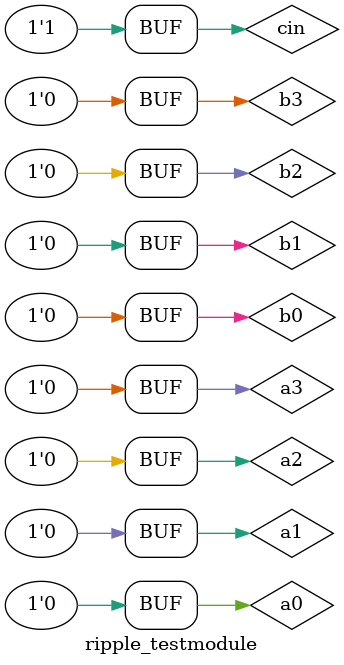
<source format=v>
`include"ff.v"
module ripple_testmodule();
reg a3,b3,a2,b2,a1,b1,a0,b0,cin;
wire c3,s3,s2,s1,s0;
ripple test(c3,s3,s2,s1,s0,a3,b3,a2,b2,a1,b1,a0,b0,cin);
initial
begin
$dumpfile("ripple_test.vcd");
$dumpvars(0,ripple_testmodule);
end
initial
begin
a0=1;
a1=1;
a2=1;
a3=1;
b0=1;
b1=1;
b2=1;
b3=1;
cin=1;
#10;
a0=0;
a1=0;
a2=0;
a3=0;
b0=0;
b1=0;
b2=0;
b3=0;
cin=0;
#10;
a0=0;
a1=0;
a2=0;
a3=0;
b0=0;
b1=0;
b2=0;
b3=0;
cin=1;
#10;
end
endmodule


</source>
